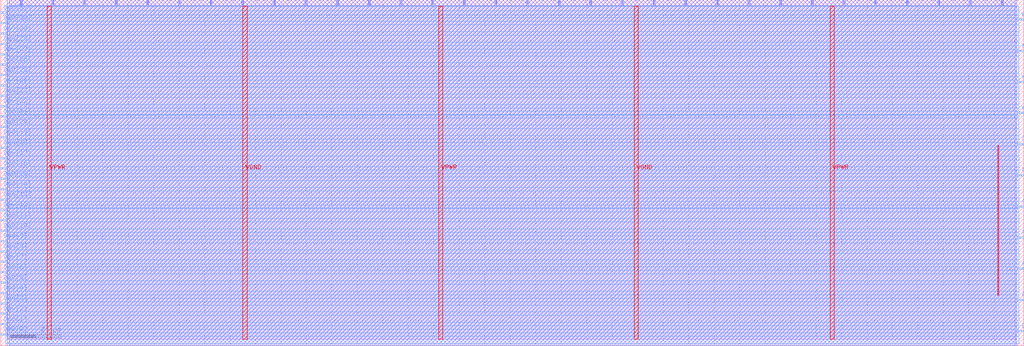
<source format=lef>
VERSION 5.7 ;
  NOWIREEXTENSIONATPIN ON ;
  DIVIDERCHAR "/" ;
  BUSBITCHARS "[]" ;
MACRO RAM32
  CLASS BLOCK ;
  FOREIGN RAM32 ;
  ORIGIN 0.000 0.000 ;
  SIZE 401.580 BY 136.000 ;
  PIN A0[0]
    DIRECTION INPUT ;
    USE SIGNAL ;
    PORT
      LAYER met3 ;
        RECT 399.580 17.720 401.580 18.320 ;
    END
  END A0[0]
  PIN A0[1]
    DIRECTION INPUT ;
    USE SIGNAL ;
    PORT
      LAYER met3 ;
        RECT 399.580 29.960 401.580 30.560 ;
    END
  END A0[1]
  PIN A0[2]
    DIRECTION INPUT ;
    USE SIGNAL ;
    PORT
      LAYER met3 ;
        RECT 399.580 42.200 401.580 42.800 ;
    END
  END A0[2]
  PIN A0[3]
    DIRECTION INPUT ;
    USE SIGNAL ;
    PORT
      LAYER met3 ;
        RECT 399.580 54.440 401.580 55.040 ;
    END
  END A0[3]
  PIN A0[4]
    DIRECTION INPUT ;
    USE SIGNAL ;
    PORT
      LAYER met3 ;
        RECT 399.580 66.680 401.580 67.280 ;
    END
  END A0[4]
  PIN CLK
    DIRECTION INPUT ;
    USE SIGNAL ;
    PORT
      LAYER met3 ;
        RECT 399.580 78.920 401.580 79.520 ;
    END
  END CLK
  PIN Di0[0]
    DIRECTION INPUT ;
    USE SIGNAL ;
    PORT
      LAYER met2 ;
        RECT 7.910 134.000 8.190 136.000 ;
    END
  END Di0[0]
  PIN Di0[10]
    DIRECTION INPUT ;
    USE SIGNAL ;
    PORT
      LAYER met2 ;
        RECT 132.110 134.000 132.390 136.000 ;
    END
  END Di0[10]
  PIN Di0[11]
    DIRECTION INPUT ;
    USE SIGNAL ;
    PORT
      LAYER met2 ;
        RECT 144.530 134.000 144.810 136.000 ;
    END
  END Di0[11]
  PIN Di0[12]
    DIRECTION INPUT ;
    USE SIGNAL ;
    PORT
      LAYER met2 ;
        RECT 156.950 134.000 157.230 136.000 ;
    END
  END Di0[12]
  PIN Di0[13]
    DIRECTION INPUT ;
    USE SIGNAL ;
    PORT
      LAYER met2 ;
        RECT 169.370 134.000 169.650 136.000 ;
    END
  END Di0[13]
  PIN Di0[14]
    DIRECTION INPUT ;
    USE SIGNAL ;
    PORT
      LAYER met2 ;
        RECT 181.790 134.000 182.070 136.000 ;
    END
  END Di0[14]
  PIN Di0[15]
    DIRECTION INPUT ;
    USE SIGNAL ;
    PORT
      LAYER met2 ;
        RECT 194.210 134.000 194.490 136.000 ;
    END
  END Di0[15]
  PIN Di0[16]
    DIRECTION INPUT ;
    USE SIGNAL ;
    PORT
      LAYER met2 ;
        RECT 206.630 134.000 206.910 136.000 ;
    END
  END Di0[16]
  PIN Di0[17]
    DIRECTION INPUT ;
    USE SIGNAL ;
    PORT
      LAYER met2 ;
        RECT 219.050 134.000 219.330 136.000 ;
    END
  END Di0[17]
  PIN Di0[18]
    DIRECTION INPUT ;
    USE SIGNAL ;
    PORT
      LAYER met2 ;
        RECT 231.470 134.000 231.750 136.000 ;
    END
  END Di0[18]
  PIN Di0[19]
    DIRECTION INPUT ;
    USE SIGNAL ;
    PORT
      LAYER met2 ;
        RECT 243.890 134.000 244.170 136.000 ;
    END
  END Di0[19]
  PIN Di0[1]
    DIRECTION INPUT ;
    USE SIGNAL ;
    PORT
      LAYER met2 ;
        RECT 20.330 134.000 20.610 136.000 ;
    END
  END Di0[1]
  PIN Di0[20]
    DIRECTION INPUT ;
    USE SIGNAL ;
    PORT
      LAYER met2 ;
        RECT 256.310 134.000 256.590 136.000 ;
    END
  END Di0[20]
  PIN Di0[21]
    DIRECTION INPUT ;
    USE SIGNAL ;
    PORT
      LAYER met2 ;
        RECT 268.730 134.000 269.010 136.000 ;
    END
  END Di0[21]
  PIN Di0[22]
    DIRECTION INPUT ;
    USE SIGNAL ;
    PORT
      LAYER met2 ;
        RECT 281.150 134.000 281.430 136.000 ;
    END
  END Di0[22]
  PIN Di0[23]
    DIRECTION INPUT ;
    USE SIGNAL ;
    PORT
      LAYER met2 ;
        RECT 293.570 134.000 293.850 136.000 ;
    END
  END Di0[23]
  PIN Di0[24]
    DIRECTION INPUT ;
    USE SIGNAL ;
    PORT
      LAYER met2 ;
        RECT 305.990 134.000 306.270 136.000 ;
    END
  END Di0[24]
  PIN Di0[25]
    DIRECTION INPUT ;
    USE SIGNAL ;
    PORT
      LAYER met2 ;
        RECT 318.410 134.000 318.690 136.000 ;
    END
  END Di0[25]
  PIN Di0[26]
    DIRECTION INPUT ;
    USE SIGNAL ;
    PORT
      LAYER met2 ;
        RECT 330.830 134.000 331.110 136.000 ;
    END
  END Di0[26]
  PIN Di0[27]
    DIRECTION INPUT ;
    USE SIGNAL ;
    PORT
      LAYER met2 ;
        RECT 343.250 134.000 343.530 136.000 ;
    END
  END Di0[27]
  PIN Di0[28]
    DIRECTION INPUT ;
    USE SIGNAL ;
    PORT
      LAYER met2 ;
        RECT 355.670 134.000 355.950 136.000 ;
    END
  END Di0[28]
  PIN Di0[29]
    DIRECTION INPUT ;
    USE SIGNAL ;
    PORT
      LAYER met2 ;
        RECT 368.090 134.000 368.370 136.000 ;
    END
  END Di0[29]
  PIN Di0[2]
    DIRECTION INPUT ;
    USE SIGNAL ;
    PORT
      LAYER met2 ;
        RECT 32.750 134.000 33.030 136.000 ;
    END
  END Di0[2]
  PIN Di0[30]
    DIRECTION INPUT ;
    USE SIGNAL ;
    PORT
      LAYER met2 ;
        RECT 380.510 134.000 380.790 136.000 ;
    END
  END Di0[30]
  PIN Di0[31]
    DIRECTION INPUT ;
    USE SIGNAL ;
    PORT
      LAYER met2 ;
        RECT 392.930 134.000 393.210 136.000 ;
    END
  END Di0[31]
  PIN Di0[3]
    DIRECTION INPUT ;
    USE SIGNAL ;
    PORT
      LAYER met2 ;
        RECT 45.170 134.000 45.450 136.000 ;
    END
  END Di0[3]
  PIN Di0[4]
    DIRECTION INPUT ;
    USE SIGNAL ;
    PORT
      LAYER met2 ;
        RECT 57.590 134.000 57.870 136.000 ;
    END
  END Di0[4]
  PIN Di0[5]
    DIRECTION INPUT ;
    USE SIGNAL ;
    PORT
      LAYER met2 ;
        RECT 70.010 134.000 70.290 136.000 ;
    END
  END Di0[5]
  PIN Di0[6]
    DIRECTION INPUT ;
    USE SIGNAL ;
    PORT
      LAYER met2 ;
        RECT 82.430 134.000 82.710 136.000 ;
    END
  END Di0[6]
  PIN Di0[7]
    DIRECTION INPUT ;
    USE SIGNAL ;
    PORT
      LAYER met2 ;
        RECT 94.850 134.000 95.130 136.000 ;
    END
  END Di0[7]
  PIN Di0[8]
    DIRECTION INPUT ;
    USE SIGNAL ;
    PORT
      LAYER met2 ;
        RECT 107.270 134.000 107.550 136.000 ;
    END
  END Di0[8]
  PIN Di0[9]
    DIRECTION INPUT ;
    USE SIGNAL ;
    PORT
      LAYER met2 ;
        RECT 119.690 134.000 119.970 136.000 ;
    END
  END Di0[9]
  PIN Do0[0]
    DIRECTION OUTPUT ;
    USE SIGNAL ;
    PORT
      LAYER met3 ;
        RECT 0.000 4.120 2.000 4.720 ;
    END
  END Do0[0]
  PIN Do0[10]
    DIRECTION OUTPUT ;
    USE SIGNAL ;
    PORT
      LAYER met3 ;
        RECT 0.000 44.920 2.000 45.520 ;
    END
  END Do0[10]
  PIN Do0[11]
    DIRECTION OUTPUT ;
    USE SIGNAL ;
    PORT
      LAYER met3 ;
        RECT 0.000 49.000 2.000 49.600 ;
    END
  END Do0[11]
  PIN Do0[12]
    DIRECTION OUTPUT ;
    USE SIGNAL ;
    PORT
      LAYER met3 ;
        RECT 0.000 53.080 2.000 53.680 ;
    END
  END Do0[12]
  PIN Do0[13]
    DIRECTION OUTPUT ;
    USE SIGNAL ;
    PORT
      LAYER met3 ;
        RECT 0.000 57.160 2.000 57.760 ;
    END
  END Do0[13]
  PIN Do0[14]
    DIRECTION OUTPUT ;
    USE SIGNAL ;
    PORT
      LAYER met3 ;
        RECT 0.000 61.240 2.000 61.840 ;
    END
  END Do0[14]
  PIN Do0[15]
    DIRECTION OUTPUT ;
    USE SIGNAL ;
    PORT
      LAYER met3 ;
        RECT 0.000 65.320 2.000 65.920 ;
    END
  END Do0[15]
  PIN Do0[16]
    DIRECTION OUTPUT ;
    USE SIGNAL ;
    PORT
      LAYER met3 ;
        RECT 0.000 69.400 2.000 70.000 ;
    END
  END Do0[16]
  PIN Do0[17]
    DIRECTION OUTPUT ;
    USE SIGNAL ;
    PORT
      LAYER met3 ;
        RECT 0.000 73.480 2.000 74.080 ;
    END
  END Do0[17]
  PIN Do0[18]
    DIRECTION OUTPUT ;
    USE SIGNAL ;
    PORT
      LAYER met3 ;
        RECT 0.000 77.560 2.000 78.160 ;
    END
  END Do0[18]
  PIN Do0[19]
    DIRECTION OUTPUT ;
    USE SIGNAL ;
    PORT
      LAYER met3 ;
        RECT 0.000 81.640 2.000 82.240 ;
    END
  END Do0[19]
  PIN Do0[1]
    DIRECTION OUTPUT ;
    USE SIGNAL ;
    PORT
      LAYER met3 ;
        RECT 0.000 8.200 2.000 8.800 ;
    END
  END Do0[1]
  PIN Do0[20]
    DIRECTION OUTPUT ;
    USE SIGNAL ;
    PORT
      LAYER met3 ;
        RECT 0.000 85.720 2.000 86.320 ;
    END
  END Do0[20]
  PIN Do0[21]
    DIRECTION OUTPUT ;
    USE SIGNAL ;
    PORT
      LAYER met3 ;
        RECT 0.000 89.800 2.000 90.400 ;
    END
  END Do0[21]
  PIN Do0[22]
    DIRECTION OUTPUT ;
    USE SIGNAL ;
    PORT
      LAYER met3 ;
        RECT 0.000 93.880 2.000 94.480 ;
    END
  END Do0[22]
  PIN Do0[23]
    DIRECTION OUTPUT ;
    USE SIGNAL ;
    PORT
      LAYER met3 ;
        RECT 0.000 97.960 2.000 98.560 ;
    END
  END Do0[23]
  PIN Do0[24]
    DIRECTION OUTPUT ;
    USE SIGNAL ;
    PORT
      LAYER met3 ;
        RECT 0.000 102.040 2.000 102.640 ;
    END
  END Do0[24]
  PIN Do0[25]
    DIRECTION OUTPUT ;
    USE SIGNAL ;
    PORT
      LAYER met3 ;
        RECT 0.000 106.120 2.000 106.720 ;
    END
  END Do0[25]
  PIN Do0[26]
    DIRECTION OUTPUT ;
    USE SIGNAL ;
    PORT
      LAYER met3 ;
        RECT 0.000 110.200 2.000 110.800 ;
    END
  END Do0[26]
  PIN Do0[27]
    DIRECTION OUTPUT ;
    USE SIGNAL ;
    PORT
      LAYER met3 ;
        RECT 0.000 114.280 2.000 114.880 ;
    END
  END Do0[27]
  PIN Do0[28]
    DIRECTION OUTPUT ;
    USE SIGNAL ;
    PORT
      LAYER met3 ;
        RECT 0.000 118.360 2.000 118.960 ;
    END
  END Do0[28]
  PIN Do0[29]
    DIRECTION OUTPUT ;
    USE SIGNAL ;
    PORT
      LAYER met3 ;
        RECT 0.000 122.440 2.000 123.040 ;
    END
  END Do0[29]
  PIN Do0[2]
    DIRECTION OUTPUT ;
    USE SIGNAL ;
    PORT
      LAYER met3 ;
        RECT 0.000 12.280 2.000 12.880 ;
    END
  END Do0[2]
  PIN Do0[30]
    DIRECTION OUTPUT ;
    USE SIGNAL ;
    PORT
      LAYER met3 ;
        RECT 0.000 126.520 2.000 127.120 ;
    END
  END Do0[30]
  PIN Do0[31]
    DIRECTION OUTPUT ;
    USE SIGNAL ;
    PORT
      LAYER met3 ;
        RECT 0.000 130.600 2.000 131.200 ;
    END
  END Do0[31]
  PIN Do0[3]
    DIRECTION OUTPUT ;
    USE SIGNAL ;
    PORT
      LAYER met3 ;
        RECT 0.000 16.360 2.000 16.960 ;
    END
  END Do0[3]
  PIN Do0[4]
    DIRECTION OUTPUT ;
    USE SIGNAL ;
    PORT
      LAYER met3 ;
        RECT 0.000 20.440 2.000 21.040 ;
    END
  END Do0[4]
  PIN Do0[5]
    DIRECTION OUTPUT ;
    USE SIGNAL ;
    PORT
      LAYER met3 ;
        RECT 0.000 24.520 2.000 25.120 ;
    END
  END Do0[5]
  PIN Do0[6]
    DIRECTION OUTPUT ;
    USE SIGNAL ;
    PORT
      LAYER met3 ;
        RECT 0.000 28.600 2.000 29.200 ;
    END
  END Do0[6]
  PIN Do0[7]
    DIRECTION OUTPUT ;
    USE SIGNAL ;
    PORT
      LAYER met3 ;
        RECT 0.000 32.680 2.000 33.280 ;
    END
  END Do0[7]
  PIN Do0[8]
    DIRECTION OUTPUT ;
    USE SIGNAL ;
    PORT
      LAYER met3 ;
        RECT 0.000 36.760 2.000 37.360 ;
    END
  END Do0[8]
  PIN Do0[9]
    DIRECTION OUTPUT ;
    USE SIGNAL ;
    PORT
      LAYER met3 ;
        RECT 0.000 40.840 2.000 41.440 ;
    END
  END Do0[9]
  PIN EN0
    DIRECTION INPUT ;
    USE SIGNAL ;
    PORT
      LAYER met3 ;
        RECT 399.580 5.480 401.580 6.080 ;
    END
  END EN0
  PIN VGND
    DIRECTION INOUT ;
    USE GROUND ;
    PORT
      LAYER met4 ;
        RECT 95.080 2.480 96.680 133.520 ;
    END
    PORT
      LAYER met4 ;
        RECT 248.680 2.480 250.280 133.520 ;
    END
  END VGND
  PIN VPWR
    DIRECTION INOUT ;
    USE POWER ;
    PORT
      LAYER met4 ;
        RECT 18.280 2.480 19.880 133.520 ;
    END
    PORT
      LAYER met4 ;
        RECT 171.880 2.480 173.480 133.520 ;
    END
    PORT
      LAYER met4 ;
        RECT 325.480 2.480 327.080 133.520 ;
    END
  END VPWR
  PIN WE0[0]
    DIRECTION INPUT ;
    USE SIGNAL ;
    PORT
      LAYER met3 ;
        RECT 399.580 91.160 401.580 91.760 ;
    END
  END WE0[0]
  PIN WE0[1]
    DIRECTION INPUT ;
    USE SIGNAL ;
    PORT
      LAYER met3 ;
        RECT 399.580 103.400 401.580 104.000 ;
    END
  END WE0[1]
  PIN WE0[2]
    DIRECTION INPUT ;
    USE SIGNAL ;
    PORT
      LAYER met3 ;
        RECT 399.580 115.640 401.580 116.240 ;
    END
  END WE0[2]
  PIN WE0[3]
    DIRECTION INPUT ;
    USE SIGNAL ;
    PORT
      LAYER met3 ;
        RECT 399.580 127.880 401.580 128.480 ;
    END
  END WE0[3]
  OBS
      LAYER li1 ;
        RECT 2.760 2.635 398.820 133.365 ;
      LAYER met1 ;
        RECT 2.460 0.040 398.820 135.960 ;
      LAYER met2 ;
        RECT 3.310 133.720 7.630 135.990 ;
        RECT 8.470 133.720 20.050 135.990 ;
        RECT 20.890 133.720 32.470 135.990 ;
        RECT 33.310 133.720 44.890 135.990 ;
        RECT 45.730 133.720 57.310 135.990 ;
        RECT 58.150 133.720 69.730 135.990 ;
        RECT 70.570 133.720 82.150 135.990 ;
        RECT 82.990 133.720 94.570 135.990 ;
        RECT 95.410 133.720 106.990 135.990 ;
        RECT 107.830 133.720 119.410 135.990 ;
        RECT 120.250 133.720 131.830 135.990 ;
        RECT 132.670 133.720 144.250 135.990 ;
        RECT 145.090 133.720 156.670 135.990 ;
        RECT 157.510 133.720 169.090 135.990 ;
        RECT 169.930 133.720 181.510 135.990 ;
        RECT 182.350 133.720 193.930 135.990 ;
        RECT 194.770 133.720 206.350 135.990 ;
        RECT 207.190 133.720 218.770 135.990 ;
        RECT 219.610 133.720 231.190 135.990 ;
        RECT 232.030 133.720 243.610 135.990 ;
        RECT 244.450 133.720 256.030 135.990 ;
        RECT 256.870 133.720 268.450 135.990 ;
        RECT 269.290 133.720 280.870 135.990 ;
        RECT 281.710 133.720 293.290 135.990 ;
        RECT 294.130 133.720 305.710 135.990 ;
        RECT 306.550 133.720 318.130 135.990 ;
        RECT 318.970 133.720 330.550 135.990 ;
        RECT 331.390 133.720 342.970 135.990 ;
        RECT 343.810 133.720 355.390 135.990 ;
        RECT 356.230 133.720 367.810 135.990 ;
        RECT 368.650 133.720 380.230 135.990 ;
        RECT 381.070 133.720 392.650 135.990 ;
        RECT 393.490 133.720 398.270 135.990 ;
        RECT 3.310 0.010 398.270 133.720 ;
      LAYER met3 ;
        RECT 2.000 131.600 399.580 133.445 ;
        RECT 2.400 130.200 399.580 131.600 ;
        RECT 2.000 128.880 399.580 130.200 ;
        RECT 2.000 127.520 399.180 128.880 ;
        RECT 2.400 127.480 399.180 127.520 ;
        RECT 2.400 126.120 399.580 127.480 ;
        RECT 2.000 123.440 399.580 126.120 ;
        RECT 2.400 122.040 399.580 123.440 ;
        RECT 2.000 119.360 399.580 122.040 ;
        RECT 2.400 117.960 399.580 119.360 ;
        RECT 2.000 116.640 399.580 117.960 ;
        RECT 2.000 115.280 399.180 116.640 ;
        RECT 2.400 115.240 399.180 115.280 ;
        RECT 2.400 113.880 399.580 115.240 ;
        RECT 2.000 111.200 399.580 113.880 ;
        RECT 2.400 109.800 399.580 111.200 ;
        RECT 2.000 107.120 399.580 109.800 ;
        RECT 2.400 105.720 399.580 107.120 ;
        RECT 2.000 104.400 399.580 105.720 ;
        RECT 2.000 103.040 399.180 104.400 ;
        RECT 2.400 103.000 399.180 103.040 ;
        RECT 2.400 101.640 399.580 103.000 ;
        RECT 2.000 98.960 399.580 101.640 ;
        RECT 2.400 97.560 399.580 98.960 ;
        RECT 2.000 94.880 399.580 97.560 ;
        RECT 2.400 93.480 399.580 94.880 ;
        RECT 2.000 92.160 399.580 93.480 ;
        RECT 2.000 90.800 399.180 92.160 ;
        RECT 2.400 90.760 399.180 90.800 ;
        RECT 2.400 89.400 399.580 90.760 ;
        RECT 2.000 86.720 399.580 89.400 ;
        RECT 2.400 85.320 399.580 86.720 ;
        RECT 2.000 82.640 399.580 85.320 ;
        RECT 2.400 81.240 399.580 82.640 ;
        RECT 2.000 79.920 399.580 81.240 ;
        RECT 2.000 78.560 399.180 79.920 ;
        RECT 2.400 78.520 399.180 78.560 ;
        RECT 2.400 77.160 399.580 78.520 ;
        RECT 2.000 74.480 399.580 77.160 ;
        RECT 2.400 73.080 399.580 74.480 ;
        RECT 2.000 70.400 399.580 73.080 ;
        RECT 2.400 69.000 399.580 70.400 ;
        RECT 2.000 67.680 399.580 69.000 ;
        RECT 2.000 66.320 399.180 67.680 ;
        RECT 2.400 66.280 399.180 66.320 ;
        RECT 2.400 64.920 399.580 66.280 ;
        RECT 2.000 62.240 399.580 64.920 ;
        RECT 2.400 60.840 399.580 62.240 ;
        RECT 2.000 58.160 399.580 60.840 ;
        RECT 2.400 56.760 399.580 58.160 ;
        RECT 2.000 55.440 399.580 56.760 ;
        RECT 2.000 54.080 399.180 55.440 ;
        RECT 2.400 54.040 399.180 54.080 ;
        RECT 2.400 52.680 399.580 54.040 ;
        RECT 2.000 50.000 399.580 52.680 ;
        RECT 2.400 48.600 399.580 50.000 ;
        RECT 2.000 45.920 399.580 48.600 ;
        RECT 2.400 44.520 399.580 45.920 ;
        RECT 2.000 43.200 399.580 44.520 ;
        RECT 2.000 41.840 399.180 43.200 ;
        RECT 2.400 41.800 399.180 41.840 ;
        RECT 2.400 40.440 399.580 41.800 ;
        RECT 2.000 37.760 399.580 40.440 ;
        RECT 2.400 36.360 399.580 37.760 ;
        RECT 2.000 33.680 399.580 36.360 ;
        RECT 2.400 32.280 399.580 33.680 ;
        RECT 2.000 30.960 399.580 32.280 ;
        RECT 2.000 29.600 399.180 30.960 ;
        RECT 2.400 29.560 399.180 29.600 ;
        RECT 2.400 28.200 399.580 29.560 ;
        RECT 2.000 25.520 399.580 28.200 ;
        RECT 2.400 24.120 399.580 25.520 ;
        RECT 2.000 21.440 399.580 24.120 ;
        RECT 2.400 20.040 399.580 21.440 ;
        RECT 2.000 18.720 399.580 20.040 ;
        RECT 2.000 17.360 399.180 18.720 ;
        RECT 2.400 17.320 399.180 17.360 ;
        RECT 2.400 15.960 399.580 17.320 ;
        RECT 2.000 13.280 399.580 15.960 ;
        RECT 2.400 11.880 399.580 13.280 ;
        RECT 2.000 9.200 399.580 11.880 ;
        RECT 2.400 7.800 399.580 9.200 ;
        RECT 2.000 6.480 399.580 7.800 ;
        RECT 2.000 5.120 399.180 6.480 ;
        RECT 2.400 5.080 399.180 5.120 ;
        RECT 2.400 3.720 399.580 5.080 ;
        RECT 2.000 0.855 399.580 3.720 ;
      LAYER met4 ;
        RECT 391.295 19.895 391.625 78.705 ;
  END
END RAM32
END LIBRARY


</source>
